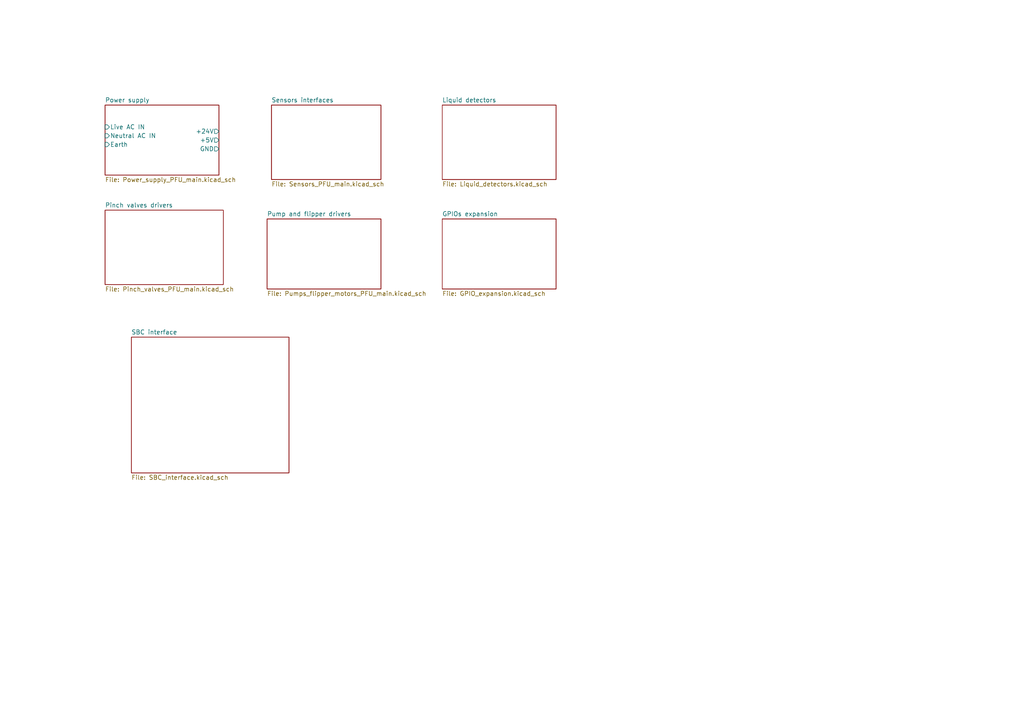
<source format=kicad_sch>
(kicad_sch
	(version 20250114)
	(generator "eeschema")
	(generator_version "9.0")
	(uuid "8502ea7d-f2d8-4443-99aa-8c64d27b64f2")
	(paper "A4")
	(lib_symbols)
	(sheet
		(at 128.27 30.48)
		(size 33.02 21.59)
		(exclude_from_sim no)
		(in_bom yes)
		(on_board yes)
		(dnp no)
		(fields_autoplaced yes)
		(stroke
			(width 0.1524)
			(type solid)
		)
		(fill
			(color 0 0 0 0.0000)
		)
		(uuid "2a7ed905-788f-4558-b3a7-994e6d7deed8")
		(property "Sheetname" "Liquid detectors"
			(at 128.27 29.7684 0)
			(effects
				(font
					(size 1.27 1.27)
				)
				(justify left bottom)
			)
		)
		(property "Sheetfile" "Liquid_detectors.kicad_sch"
			(at 128.27 52.6546 0)
			(effects
				(font
					(size 1.27 1.27)
				)
				(justify left top)
			)
		)
		(instances
			(project "HW_HTB_PFU_MAIN"
				(path "/8502ea7d-f2d8-4443-99aa-8c64d27b64f2"
					(page "6")
				)
			)
		)
	)
	(sheet
		(at 77.47 63.5)
		(size 33.02 20.32)
		(exclude_from_sim no)
		(in_bom yes)
		(on_board yes)
		(dnp no)
		(fields_autoplaced yes)
		(stroke
			(width 0.1524)
			(type solid)
		)
		(fill
			(color 0 0 0 0.0000)
		)
		(uuid "3c7df315-6b15-43f5-811f-c3a0fdbab6ca")
		(property "Sheetname" "Pump and flipper drivers"
			(at 77.47 62.7884 0)
			(effects
				(font
					(size 1.27 1.27)
				)
				(justify left bottom)
			)
		)
		(property "Sheetfile" "Pumps_flipper_motors_PFU_main.kicad_sch"
			(at 77.47 84.4046 0)
			(effects
				(font
					(size 1.27 1.27)
				)
				(justify left top)
			)
		)
		(instances
			(project "HW_HTB_PFU_MAIN"
				(path "/8502ea7d-f2d8-4443-99aa-8c64d27b64f2"
					(page "5")
				)
			)
		)
	)
	(sheet
		(at 30.48 60.96)
		(size 34.29 21.59)
		(exclude_from_sim no)
		(in_bom yes)
		(on_board yes)
		(dnp no)
		(fields_autoplaced yes)
		(stroke
			(width 0.1524)
			(type solid)
		)
		(fill
			(color 0 0 0 0.0000)
		)
		(uuid "46e7ff1c-8125-41e9-88d5-9f4b09199b1f")
		(property "Sheetname" "Pinch valves drivers"
			(at 30.48 60.2484 0)
			(effects
				(font
					(size 1.27 1.27)
				)
				(justify left bottom)
			)
		)
		(property "Sheetfile" "Pinch_valves_PFU_main.kicad_sch"
			(at 30.48 83.1346 0)
			(effects
				(font
					(size 1.27 1.27)
				)
				(justify left top)
			)
		)
		(instances
			(project "HW_HTB_PFU_MAIN"
				(path "/8502ea7d-f2d8-4443-99aa-8c64d27b64f2"
					(page "3")
				)
			)
		)
	)
	(sheet
		(at 38.1 97.79)
		(size 45.72 39.37)
		(exclude_from_sim no)
		(in_bom yes)
		(on_board yes)
		(dnp no)
		(fields_autoplaced yes)
		(stroke
			(width 0.1524)
			(type solid)
		)
		(fill
			(color 0 0 0 0.0000)
		)
		(uuid "4cf548f6-fd83-4f52-ad18-724df536649b")
		(property "Sheetname" "SBC interface"
			(at 38.1 97.0784 0)
			(effects
				(font
					(size 1.27 1.27)
				)
				(justify left bottom)
			)
		)
		(property "Sheetfile" "SBC_interface.kicad_sch"
			(at 38.1 137.7446 0)
			(effects
				(font
					(size 1.27 1.27)
				)
				(justify left top)
			)
		)
		(instances
			(project "HW_HTB_PFU_MAIN"
				(path "/8502ea7d-f2d8-4443-99aa-8c64d27b64f2"
					(page "8")
				)
			)
		)
	)
	(sheet
		(at 30.48 30.48)
		(size 33.02 20.32)
		(exclude_from_sim no)
		(in_bom yes)
		(on_board yes)
		(dnp no)
		(fields_autoplaced yes)
		(stroke
			(width 0.1524)
			(type solid)
		)
		(fill
			(color 0 0 0 0.0000)
		)
		(uuid "8af84ec4-f9ff-4e86-b3d8-160fe4617c9c")
		(property "Sheetname" "Power supply"
			(at 30.48 29.7684 0)
			(effects
				(font
					(size 1.27 1.27)
				)
				(justify left bottom)
			)
		)
		(property "Sheetfile" "Power_supply_PFU_main.kicad_sch"
			(at 30.48 51.3846 0)
			(effects
				(font
					(size 1.27 1.27)
				)
				(justify left top)
			)
		)
		(pin "Earth" input
			(at 30.48 41.91 180)
			(uuid "6de6ac4f-fff4-49b2-b240-ad0a5a5a82b1")
			(effects
				(font
					(size 1.27 1.27)
				)
				(justify left)
			)
		)
		(pin "Live AC IN" input
			(at 30.48 36.83 180)
			(uuid "6e175f3e-d00a-475e-bcfb-8841214bc69f")
			(effects
				(font
					(size 1.27 1.27)
				)
				(justify left)
			)
		)
		(pin "GND" output
			(at 63.5 43.18 0)
			(uuid "1db87dba-1303-4f5a-ac14-992dd7ef9a56")
			(effects
				(font
					(size 1.27 1.27)
				)
				(justify right)
			)
		)
		(pin "+5V" output
			(at 63.5 40.64 0)
			(uuid "dbecb211-e033-4188-89f5-9ff86d45b246")
			(effects
				(font
					(size 1.27 1.27)
				)
				(justify right)
			)
		)
		(pin "+24V" output
			(at 63.5 38.1 0)
			(uuid "3991c8e0-6549-4558-b4f7-0b5f598b1a4f")
			(effects
				(font
					(size 1.27 1.27)
				)
				(justify right)
			)
		)
		(pin "Neutral AC IN" input
			(at 30.48 39.37 180)
			(uuid "63f5ca1c-92f2-4a39-bd2e-00e8869a377c")
			(effects
				(font
					(size 1.27 1.27)
				)
				(justify left)
			)
		)
		(instances
			(project "HW_HTB_PFU_MAIN"
				(path "/8502ea7d-f2d8-4443-99aa-8c64d27b64f2"
					(page "2")
				)
			)
		)
	)
	(sheet
		(at 78.74 30.48)
		(size 31.75 21.59)
		(exclude_from_sim no)
		(in_bom yes)
		(on_board yes)
		(dnp no)
		(fields_autoplaced yes)
		(stroke
			(width 0.1524)
			(type solid)
		)
		(fill
			(color 0 0 0 0.0000)
		)
		(uuid "c5ab3dfd-7c1c-4bb2-a30e-5dec24847bf3")
		(property "Sheetname" "Sensors interfaces"
			(at 78.74 29.7684 0)
			(effects
				(font
					(size 1.27 1.27)
				)
				(justify left bottom)
			)
		)
		(property "Sheetfile" "Sensors_PFU_main.kicad_sch"
			(at 78.74 52.6546 0)
			(effects
				(font
					(size 1.27 1.27)
				)
				(justify left top)
			)
		)
		(instances
			(project "HW_HTB_PFU_MAIN"
				(path "/8502ea7d-f2d8-4443-99aa-8c64d27b64f2"
					(page "4")
				)
			)
		)
	)
	(sheet
		(at 128.27 63.5)
		(size 33.02 20.32)
		(exclude_from_sim no)
		(in_bom yes)
		(on_board yes)
		(dnp no)
		(fields_autoplaced yes)
		(stroke
			(width 0.1524)
			(type solid)
		)
		(fill
			(color 0 0 0 0.0000)
		)
		(uuid "decd9389-3173-448f-a8eb-4b7cdaab223a")
		(property "Sheetname" "GPIOs expansion"
			(at 128.27 62.7884 0)
			(effects
				(font
					(size 1.27 1.27)
				)
				(justify left bottom)
			)
		)
		(property "Sheetfile" "GPIO_expansion.kicad_sch"
			(at 128.27 84.4046 0)
			(effects
				(font
					(size 1.27 1.27)
				)
				(justify left top)
			)
		)
		(instances
			(project "HW_HTB_PFU_MAIN"
				(path "/8502ea7d-f2d8-4443-99aa-8c64d27b64f2"
					(page "7")
				)
			)
		)
	)
	(sheet_instances
		(path "/"
			(page "1")
		)
	)
	(embedded_fonts no)
)

</source>
